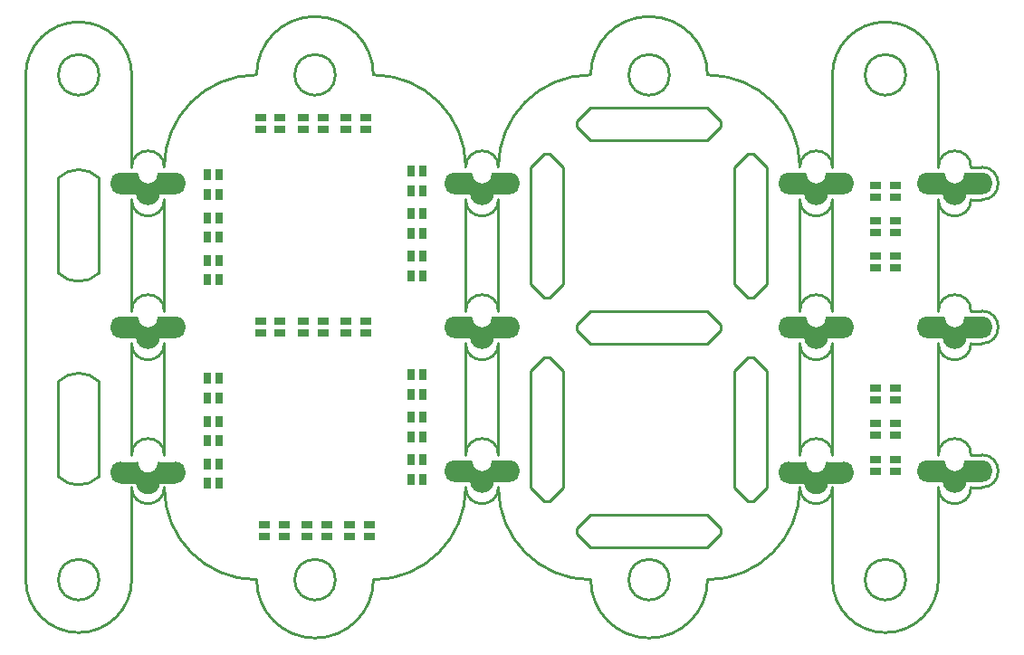
<source format=gts>
G04*
G04 #@! TF.GenerationSoftware,Altium Limited,Altium Designer,20.2.6 (244)*
G04*
G04 Layer_Color=8388736*
%FSLAX25Y25*%
%MOIN*%
G70*
G04*
G04 #@! TF.SameCoordinates,EC59DE11-5F21-440E-92AE-D345A4C3AF16*
G04*
G04*
G04 #@! TF.FilePolarity,Negative*
G04*
G01*
G75*
%ADD10C,0.01000*%
%ADD15R,0.03943X0.03156*%
%ADD16R,0.03156X0.03943*%
%ADD17C,0.04800*%
G36*
X220000Y162000D02*
X220461D01*
X221351Y161761D01*
X222149Y161301D01*
X222801Y160649D01*
X223261Y159851D01*
X223500Y158961D01*
Y158039D01*
X223261Y157149D01*
X222801Y156351D01*
X222149Y155699D01*
X221351Y155238D01*
X220461Y155000D01*
X220000D01*
D01*
X214000D01*
Y154473D01*
X213727Y153456D01*
X213201Y152544D01*
X212456Y151799D01*
X211544Y151273D01*
X210527Y151000D01*
X209473D01*
X208456Y151273D01*
X207544Y151799D01*
X206799Y152544D01*
X206273Y153456D01*
X206000Y154473D01*
Y155000D01*
D01*
X200000D01*
X199539D01*
X198649Y155238D01*
X197851Y155699D01*
X197199Y156351D01*
X196739Y157149D01*
X196500Y158039D01*
Y158961D01*
X196739Y159851D01*
X197199Y160649D01*
X197851Y161301D01*
X198649Y161761D01*
X199539Y162000D01*
X200000D01*
D01*
X206000D01*
X206034Y161478D01*
X206305Y160469D01*
X206827Y159565D01*
X207565Y158827D01*
X208469Y158305D01*
X209478Y158034D01*
X210522D01*
X211531Y158305D01*
X212435Y158827D01*
X213173Y159565D01*
X213696Y160469D01*
X213966Y161478D01*
X214000Y162000D01*
D01*
X220000D01*
D02*
G37*
G36*
Y215500D02*
X220461D01*
X221351Y215262D01*
X222149Y214801D01*
X222801Y214149D01*
X223261Y213351D01*
X223500Y212461D01*
Y211539D01*
X223261Y210649D01*
X222801Y209851D01*
X222149Y209199D01*
X221351Y208738D01*
X220461Y208500D01*
X220000D01*
D01*
X214000D01*
Y207973D01*
X213727Y206956D01*
X213201Y206044D01*
X212456Y205299D01*
X211544Y204773D01*
X210527Y204500D01*
X209473D01*
X208456Y204773D01*
X207544Y205299D01*
X206799Y206044D01*
X206273Y206956D01*
X206000Y207973D01*
Y208500D01*
D01*
X200000D01*
X199539D01*
X198649Y208738D01*
X197851Y209199D01*
X197199Y209851D01*
X196739Y210649D01*
X196500Y211539D01*
Y212461D01*
X196739Y213351D01*
X197199Y214149D01*
X197851Y214801D01*
X198649Y215262D01*
X199539Y215500D01*
X200000D01*
D01*
X206000D01*
X206034Y214978D01*
X206305Y213969D01*
X206827Y213065D01*
X207565Y212327D01*
X208469Y211805D01*
X209478Y211534D01*
X210522D01*
X211531Y211805D01*
X212435Y212327D01*
X213173Y213065D01*
X213696Y213969D01*
X213966Y214978D01*
X214000Y215500D01*
D01*
X220000D01*
D02*
G37*
G36*
Y268500D02*
X220461D01*
X221351Y268262D01*
X222149Y267801D01*
X222801Y267149D01*
X223261Y266351D01*
X223500Y265461D01*
Y264539D01*
X223261Y263649D01*
X222801Y262851D01*
X222149Y262199D01*
X221351Y261738D01*
X220461Y261500D01*
X220000D01*
D01*
X214000D01*
Y260973D01*
X213727Y259956D01*
X213201Y259044D01*
X212456Y258299D01*
X211544Y257773D01*
X210527Y257500D01*
X209473D01*
X208456Y257773D01*
X207544Y258299D01*
X206799Y259044D01*
X206273Y259956D01*
X206000Y260973D01*
Y261500D01*
D01*
X200000D01*
X199539D01*
X198649Y261738D01*
X197851Y262199D01*
X197199Y262851D01*
X196739Y263649D01*
X196500Y264539D01*
Y265461D01*
X196739Y266351D01*
X197199Y267149D01*
X197851Y267801D01*
X198649Y268262D01*
X199539Y268500D01*
X200000D01*
D01*
X206000D01*
X206034Y267978D01*
X206305Y266969D01*
X206827Y266065D01*
X207565Y265327D01*
X208469Y264805D01*
X209478Y264534D01*
X210522D01*
X211531Y264805D01*
X212435Y265327D01*
X213173Y266065D01*
X213696Y266969D01*
X213966Y267978D01*
X214000Y268500D01*
D01*
X220000D01*
D02*
G37*
G36*
X343000Y162500D02*
X343461D01*
X344351Y162261D01*
X345149Y161801D01*
X345801Y161149D01*
X346262Y160351D01*
X346500Y159461D01*
Y158539D01*
X346262Y157649D01*
X345801Y156851D01*
X345149Y156199D01*
X344351Y155738D01*
X343461Y155500D01*
X343000D01*
D01*
X337000D01*
Y154973D01*
X336727Y153956D01*
X336201Y153044D01*
X335456Y152299D01*
X334544Y151773D01*
X333527Y151500D01*
X332473D01*
X331456Y151773D01*
X330544Y152299D01*
X329799Y153044D01*
X329273Y153956D01*
X329000Y154973D01*
Y155500D01*
D01*
X323000D01*
X322539D01*
X321649Y155738D01*
X320851Y156199D01*
X320199Y156851D01*
X319739Y157649D01*
X319500Y158539D01*
Y159461D01*
X319739Y160351D01*
X320199Y161149D01*
X320851Y161801D01*
X321649Y162261D01*
X322539Y162500D01*
X323000D01*
D01*
X329000D01*
X329034Y161978D01*
X329305Y160969D01*
X329827Y160065D01*
X330565Y159327D01*
X331469Y158805D01*
X332478Y158534D01*
X333522D01*
X334531Y158805D01*
X335435Y159327D01*
X336173Y160065D01*
X336696Y160969D01*
X336966Y161978D01*
X337000Y162500D01*
D01*
X343000D01*
D02*
G37*
G36*
Y215500D02*
X343461D01*
X344351Y215262D01*
X345149Y214801D01*
X345801Y214149D01*
X346262Y213351D01*
X346500Y212461D01*
Y211539D01*
X346262Y210649D01*
X345801Y209851D01*
X345149Y209199D01*
X344351Y208738D01*
X343461Y208500D01*
X343000D01*
D01*
X337000D01*
Y207973D01*
X336727Y206956D01*
X336201Y206044D01*
X335456Y205299D01*
X334544Y204773D01*
X333527Y204500D01*
X332473D01*
X331456Y204773D01*
X330544Y205299D01*
X329799Y206044D01*
X329273Y206956D01*
X329000Y207973D01*
Y208500D01*
D01*
X323000D01*
X322539D01*
X321649Y208738D01*
X320851Y209199D01*
X320199Y209851D01*
X319739Y210649D01*
X319500Y211539D01*
Y212461D01*
X319739Y213351D01*
X320199Y214149D01*
X320851Y214801D01*
X321649Y215262D01*
X322539Y215500D01*
X323000D01*
D01*
X329000D01*
X329034Y214978D01*
X329305Y213969D01*
X329827Y213065D01*
X330565Y212327D01*
X331469Y211805D01*
X332478Y211534D01*
X333522D01*
X334531Y211805D01*
X335435Y212327D01*
X336173Y213065D01*
X336696Y213969D01*
X336966Y214978D01*
X337000Y215500D01*
D01*
X343000D01*
D02*
G37*
G36*
Y268500D02*
X343461D01*
X344351Y268262D01*
X345149Y267801D01*
X345801Y267149D01*
X346262Y266351D01*
X346500Y265461D01*
Y264539D01*
X346262Y263649D01*
X345801Y262851D01*
X345149Y262199D01*
X344351Y261738D01*
X343461Y261500D01*
X343000D01*
D01*
X337000D01*
Y260973D01*
X336727Y259956D01*
X336201Y259044D01*
X335456Y258299D01*
X334544Y257773D01*
X333527Y257500D01*
X332473D01*
X331456Y257773D01*
X330544Y258299D01*
X329799Y259044D01*
X329273Y259956D01*
X329000Y260973D01*
Y261500D01*
D01*
X323000D01*
X322539D01*
X321649Y261738D01*
X320851Y262199D01*
X320199Y262851D01*
X319739Y263649D01*
X319500Y264539D01*
Y265461D01*
X319739Y266351D01*
X320199Y267149D01*
X320851Y267801D01*
X321649Y268262D01*
X322539Y268500D01*
X323000D01*
D01*
X329000D01*
X329034Y267978D01*
X329305Y266969D01*
X329827Y266065D01*
X330565Y265327D01*
X331469Y264805D01*
X332478Y264534D01*
X333522D01*
X334531Y264805D01*
X335435Y265327D01*
X336173Y266065D01*
X336696Y266969D01*
X336966Y267978D01*
X337000Y268500D01*
D01*
X343000D01*
D02*
G37*
G36*
X518351Y268262D02*
X519149Y267801D01*
X519801Y267149D01*
X520261Y266351D01*
X520500Y265461D01*
Y264539D01*
X520261Y263649D01*
X519801Y262851D01*
X519149Y262199D01*
X518351Y261738D01*
X517461Y261500D01*
X511000D01*
Y260973D01*
X510727Y259956D01*
X510201Y259044D01*
X509456Y258299D01*
X508544Y257773D01*
X507527Y257500D01*
X506473D01*
X505456Y257773D01*
X504544Y258299D01*
X503799Y259044D01*
X503273Y259956D01*
X503000Y260973D01*
Y261500D01*
X496539D01*
X495649Y261738D01*
X494851Y262199D01*
X494199Y262851D01*
X493739Y263649D01*
X493500Y264539D01*
Y265461D01*
X493739Y266351D01*
X494199Y267149D01*
X494851Y267801D01*
X495649Y268262D01*
X496539Y268500D01*
X503000D01*
X503034Y267978D01*
X503304Y266969D01*
X503827Y266065D01*
X504565Y265327D01*
X505469Y264805D01*
X506478Y264534D01*
X507522D01*
X508531Y264805D01*
X509435Y265327D01*
X510173Y266065D01*
X510696Y266969D01*
X510966Y267978D01*
X511000Y268500D01*
X517461D01*
X518351Y268262D01*
D02*
G37*
G36*
X467351D02*
X468149Y267801D01*
X468801Y267149D01*
X469262Y266351D01*
X469500Y265461D01*
Y264539D01*
X469262Y263649D01*
X468801Y262851D01*
X468149Y262199D01*
X467351Y261738D01*
X466461Y261500D01*
X460000D01*
Y260973D01*
X459727Y259956D01*
X459201Y259044D01*
X458456Y258299D01*
X457544Y257773D01*
X456527Y257500D01*
X455473D01*
X454456Y257773D01*
X453544Y258299D01*
X452799Y259044D01*
X452273Y259956D01*
X452000Y260973D01*
Y261500D01*
X445539D01*
X444649Y261738D01*
X443851Y262199D01*
X443199Y262851D01*
X442738Y263649D01*
X442500Y264539D01*
Y265461D01*
X442738Y266351D01*
X443199Y267149D01*
X443851Y267801D01*
X444649Y268262D01*
X445539Y268500D01*
X452000D01*
X452034Y267978D01*
X452305Y266969D01*
X452827Y266065D01*
X453565Y265327D01*
X454469Y264805D01*
X455478Y264534D01*
X456522D01*
X457531Y264805D01*
X458435Y265327D01*
X459173Y266065D01*
X459695Y266969D01*
X459966Y267978D01*
X460000Y268500D01*
X466461D01*
X467351Y268262D01*
D02*
G37*
G36*
X518351Y215262D02*
X519149Y214801D01*
X519801Y214149D01*
X520261Y213351D01*
X520500Y212461D01*
Y211539D01*
X520261Y210649D01*
X519801Y209851D01*
X519149Y209199D01*
X518351Y208738D01*
X517461Y208500D01*
X511000D01*
Y207973D01*
X510727Y206956D01*
X510201Y206044D01*
X509456Y205299D01*
X508544Y204773D01*
X507527Y204500D01*
X506473D01*
X505456Y204773D01*
X504544Y205299D01*
X503799Y206044D01*
X503273Y206956D01*
X503000Y207973D01*
Y208500D01*
X496539D01*
X495649Y208738D01*
X494851Y209199D01*
X494199Y209851D01*
X493739Y210649D01*
X493500Y211539D01*
Y212461D01*
X493739Y213351D01*
X494199Y214149D01*
X494851Y214801D01*
X495649Y215262D01*
X496539Y215500D01*
X503000D01*
X503034Y214978D01*
X503304Y213969D01*
X503827Y213065D01*
X504565Y212327D01*
X505469Y211805D01*
X506478Y211534D01*
X507522D01*
X508531Y211805D01*
X509435Y212327D01*
X510173Y213065D01*
X510696Y213969D01*
X510966Y214978D01*
X511000Y215500D01*
X517461D01*
X518351Y215262D01*
D02*
G37*
G36*
X467351D02*
X468149Y214801D01*
X468801Y214149D01*
X469262Y213351D01*
X469500Y212461D01*
Y211539D01*
X469262Y210649D01*
X468801Y209851D01*
X468149Y209199D01*
X467351Y208738D01*
X466461Y208500D01*
X460000D01*
Y207973D01*
X459727Y206956D01*
X459201Y206044D01*
X458456Y205299D01*
X457544Y204773D01*
X456527Y204500D01*
X455473D01*
X454456Y204773D01*
X453544Y205299D01*
X452799Y206044D01*
X452273Y206956D01*
X452000Y207973D01*
Y208500D01*
X445539D01*
X444649Y208738D01*
X443851Y209199D01*
X443199Y209851D01*
X442738Y210649D01*
X442500Y211539D01*
Y212461D01*
X442738Y213351D01*
X443199Y214149D01*
X443851Y214801D01*
X444649Y215262D01*
X445539Y215500D01*
X452000D01*
X452034Y214978D01*
X452305Y213969D01*
X452827Y213065D01*
X453565Y212327D01*
X454469Y211805D01*
X455478Y211534D01*
X456522D01*
X457531Y211805D01*
X458435Y212327D01*
X459173Y213065D01*
X459695Y213969D01*
X459966Y214978D01*
X460000Y215500D01*
X466461D01*
X467351Y215262D01*
D02*
G37*
G36*
X518351Y162261D02*
X519149Y161801D01*
X519801Y161149D01*
X520261Y160351D01*
X520500Y159461D01*
Y158539D01*
X520261Y157649D01*
X519801Y156851D01*
X519149Y156199D01*
X518351Y155738D01*
X517461Y155500D01*
X511000D01*
Y154973D01*
X510727Y153956D01*
X510201Y153044D01*
X509456Y152299D01*
X508544Y151773D01*
X507527Y151500D01*
X506473D01*
X505456Y151773D01*
X504544Y152299D01*
X503799Y153044D01*
X503273Y153956D01*
X503000Y154973D01*
Y155500D01*
X496539D01*
X495649Y155738D01*
X494851Y156199D01*
X494199Y156851D01*
X493739Y157649D01*
X493500Y158539D01*
Y159461D01*
X493739Y160351D01*
X494199Y161149D01*
X494851Y161801D01*
X495649Y162261D01*
X496539Y162500D01*
X503000D01*
X503034Y161978D01*
X503304Y160969D01*
X503827Y160065D01*
X504565Y159327D01*
X505469Y158805D01*
X506478Y158534D01*
X507522D01*
X508531Y158805D01*
X509435Y159327D01*
X510173Y160065D01*
X510696Y160969D01*
X510966Y161978D01*
X511000Y162500D01*
X517461D01*
X518351Y162261D01*
D02*
G37*
G36*
X467351Y161761D02*
X468149Y161301D01*
X468801Y160649D01*
X469262Y159851D01*
X469500Y158961D01*
Y158039D01*
X469262Y157149D01*
X468801Y156351D01*
X468149Y155699D01*
X467351Y155238D01*
X466461Y155000D01*
X460000D01*
Y154473D01*
X459727Y153456D01*
X459201Y152544D01*
X458456Y151799D01*
X457544Y151273D01*
X456527Y151000D01*
X455473D01*
X454456Y151273D01*
X453544Y151799D01*
X452799Y152544D01*
X452273Y153456D01*
X452000Y154473D01*
Y155000D01*
X445539D01*
X444649Y155238D01*
X443851Y155699D01*
X443199Y156351D01*
X442738Y157149D01*
X442500Y158039D01*
Y158961D01*
X442738Y159851D01*
X443199Y160649D01*
X443851Y161301D01*
X444649Y161761D01*
X445539Y162000D01*
X452000D01*
X452034Y161478D01*
X452305Y160469D01*
X452827Y159565D01*
X453565Y158827D01*
X454469Y158305D01*
X455478Y158034D01*
X456522D01*
X457531Y158305D01*
X458435Y158827D01*
X459173Y159565D01*
X459695Y160469D01*
X459966Y161478D01*
X460000Y162000D01*
X466461D01*
X467351Y161761D01*
D02*
G37*
D10*
X220000Y261500D02*
G03*
X220000Y268500I0J3500D01*
G01*
X200000D02*
G03*
X200000Y261500I0J-3500D01*
G01*
X206000Y268500D02*
G03*
X214000Y268500I4000J0D01*
G01*
X206000Y261500D02*
G03*
X214000Y261500I4000J0D01*
G01*
X206000Y208500D02*
G03*
X214000Y208500I4000J0D01*
G01*
X206000Y215500D02*
G03*
X214000Y215500I4000J0D01*
G01*
X200000D02*
G03*
X200000Y208500I0J-3500D01*
G01*
X220000D02*
G03*
X220000Y215500I0J3500D01*
G01*
X343000Y208500D02*
G03*
X343000Y215500I0J3500D01*
G01*
X323000D02*
G03*
X323000Y208500I0J-3500D01*
G01*
X329000Y215500D02*
G03*
X337000Y215500I4000J0D01*
G01*
X329000Y208500D02*
G03*
X337000Y208500I4000J0D01*
G01*
X206000Y155000D02*
G03*
X214000Y155000I4000J0D01*
G01*
X206000Y162000D02*
G03*
X214000Y162000I4000J0D01*
G01*
X200000D02*
G03*
X200000Y155000I0J-3500D01*
G01*
X220000D02*
G03*
X220000Y162000I0J3500D01*
G01*
X343000Y155500D02*
G03*
X343000Y162500I0J3500D01*
G01*
X323000D02*
G03*
X323000Y155500I0J-3500D01*
G01*
X329000Y162500D02*
G03*
X337000Y162500I4000J0D01*
G01*
X329000Y155500D02*
G03*
X337000Y155500I4000J0D01*
G01*
X452000Y261500D02*
G03*
X460000Y261500I4000J0D01*
G01*
X452000Y268500D02*
G03*
X460000Y268500I4000J0D01*
G01*
X446000D02*
G03*
X446000Y261500I0J-3500D01*
G01*
X466000D02*
G03*
X466000Y268500I0J3500D01*
G01*
X517000Y261500D02*
G03*
X517000Y268500I0J3500D01*
G01*
X497000D02*
G03*
X497000Y261500I0J-3500D01*
G01*
X503000Y268500D02*
G03*
X511000Y268500I4000J0D01*
G01*
X503000Y261500D02*
G03*
X511000Y261500I4000J0D01*
G01*
X452000Y208500D02*
G03*
X460000Y208500I4000J0D01*
G01*
X452000Y215500D02*
G03*
X460000Y215500I4000J0D01*
G01*
X446000D02*
G03*
X446000Y208500I0J-3500D01*
G01*
X466000D02*
G03*
X466000Y215500I0J3500D01*
G01*
X517000Y208500D02*
G03*
X517000Y215500I0J3500D01*
G01*
X497000D02*
G03*
X497000Y208500I0J-3500D01*
G01*
X503000Y215500D02*
G03*
X511000Y215500I4000J0D01*
G01*
X503000Y208500D02*
G03*
X511000Y208500I4000J0D01*
G01*
X452000Y155000D02*
G03*
X460000Y155000I4000J0D01*
G01*
X452000Y162000D02*
G03*
X460000Y162000I4000J0D01*
G01*
X446000D02*
G03*
X446000Y155000I0J-3500D01*
G01*
X466000D02*
G03*
X466000Y162000I0J3500D01*
G01*
X517000Y155500D02*
G03*
X517000Y162500I0J3500D01*
G01*
X497000D02*
G03*
X497000Y155500I0J-3500D01*
G01*
X503000Y162500D02*
G03*
X511000Y162500I4000J0D01*
G01*
X503000Y155500D02*
G03*
X511000Y155500I4000J0D01*
G01*
X329000Y261500D02*
G03*
X337000Y261500I4000J0D01*
G01*
X329000Y268500D02*
G03*
X337000Y268500I4000J0D01*
G01*
X323000D02*
G03*
X323000Y261500I0J-3500D01*
G01*
X343000D02*
G03*
X343000Y268500I0J3500D01*
G01*
X214000D02*
X216000D01*
X204000D02*
X206000D01*
X214000Y261500D02*
X216000D01*
X200000Y268500D02*
X204000D01*
X216000D02*
X220000D01*
X200000Y261500D02*
X204000D01*
X206000D01*
X216000D02*
X220000D01*
X216000Y208500D02*
X220000D01*
X204000D02*
X206000D01*
X200000D02*
X204000D01*
X216000Y215500D02*
X220000D01*
X200000D02*
X204000D01*
X214000Y208500D02*
X216000D01*
X204000Y215500D02*
X206000D01*
X214000D02*
X216000D01*
X337000D02*
X339000D01*
X327000D02*
X329000D01*
X337000Y208500D02*
X339000D01*
X323000Y215500D02*
X327000D01*
X339000D02*
X343000D01*
X323000Y208500D02*
X327000D01*
X329000D01*
X339000D02*
X343000D01*
X216000Y155000D02*
X220000D01*
X204000D02*
X206000D01*
X200000D02*
X204000D01*
X216000Y162000D02*
X220000D01*
X200000D02*
X204000D01*
X214000Y155000D02*
X216000D01*
X204000Y162000D02*
X206000D01*
X214000D02*
X216000D01*
X337000Y162500D02*
X339000D01*
X327000D02*
X329000D01*
X337000Y155500D02*
X339000D01*
X323000Y162500D02*
X327000D01*
X339000D02*
X343000D01*
X323000Y155500D02*
X327000D01*
X329000D01*
X339000D02*
X343000D01*
X462000Y261500D02*
X466000D01*
X450000D02*
X452000D01*
X446000D02*
X450000D01*
X462000Y268500D02*
X466000D01*
X446000D02*
X450000D01*
X460000Y261500D02*
X462000D01*
X450000Y268500D02*
X452000D01*
X460000D02*
X462000D01*
X511000D02*
X513000D01*
X501000D02*
X503000D01*
X511000Y261500D02*
X513000D01*
X497000Y268500D02*
X501000D01*
X513000D02*
X517000D01*
X497000Y261500D02*
X501000D01*
X503000D01*
X513000D02*
X517000D01*
X462000Y208500D02*
X466000D01*
X450000D02*
X452000D01*
X446000D02*
X450000D01*
X462000Y215500D02*
X466000D01*
X446000D02*
X450000D01*
X460000Y208500D02*
X462000D01*
X450000Y215500D02*
X452000D01*
X460000D02*
X462000D01*
X511000D02*
X513000D01*
X501000D02*
X503000D01*
X511000Y208500D02*
X513000D01*
X497000Y215500D02*
X501000D01*
X513000D02*
X517000D01*
X497000Y208500D02*
X501000D01*
X503000D01*
X513000D02*
X517000D01*
X462000Y155000D02*
X466000D01*
X450000D02*
X452000D01*
X446000D02*
X450000D01*
X462000Y162000D02*
X466000D01*
X446000D02*
X450000D01*
X460000Y155000D02*
X462000D01*
X450000Y162000D02*
X452000D01*
X460000D02*
X462000D01*
X511000Y162500D02*
X513000D01*
X501000D02*
X503000D01*
X511000Y155500D02*
X513000D01*
X497000Y162500D02*
X501000D01*
X513000D02*
X517000D01*
X497000Y155500D02*
X501000D01*
X503000D01*
X513000D02*
X517000D01*
X339000Y261500D02*
X343000D01*
X327000D02*
X329000D01*
X323000D02*
X327000D01*
X339000Y268500D02*
X343000D01*
X323000D02*
X327000D01*
X337000Y261500D02*
X339000D01*
X327000Y268500D02*
X329000D01*
X337000D02*
X339000D01*
X501000Y259000D02*
G03*
X513000Y259000I6000J0D01*
G01*
Y271000D02*
G03*
X501000Y271000I-6000J0D01*
G01*
Y206000D02*
G03*
X513000Y206000I6000J0D01*
G01*
Y218000D02*
G03*
X501000Y218000I-6000J0D01*
G01*
X513000Y165000D02*
G03*
X501000Y165000I-6000J0D01*
G01*
Y153000D02*
G03*
X513000Y153000I6000J0D01*
G01*
X204000D02*
G03*
X216000Y153000I6000J0D01*
G01*
X327000Y259000D02*
G03*
X339000Y259000I6000J0D01*
G01*
X450000Y153000D02*
G03*
X462000Y153000I6000J0D01*
G01*
X450000Y206000D02*
G03*
X462000Y206000I6000J0D01*
G01*
Y218000D02*
G03*
X450000Y218000I-6000J0D01*
G01*
Y259000D02*
G03*
X462000Y259000I6000J0D01*
G01*
X327000Y206000D02*
G03*
X339000Y206000I6000J0D01*
G01*
Y218000D02*
G03*
X327000Y218000I-6000J0D01*
G01*
Y153000D02*
G03*
X339000Y153000I6000J0D01*
G01*
X216000Y165000D02*
G03*
X204000Y165000I-6000J0D01*
G01*
Y206000D02*
G03*
X216000Y206000I6000J0D01*
G01*
Y218000D02*
G03*
X204000Y218000I-6000J0D01*
G01*
Y259000D02*
G03*
X216000Y259000I6000J0D01*
G01*
X462000Y271000D02*
G03*
X450000Y271000I-6000J0D01*
G01*
X462000Y165000D02*
G03*
X450000Y165000I-6000J0D01*
G01*
X339000Y271000D02*
G03*
X327000Y271000I-6000J0D01*
G01*
X339000Y165000D02*
G03*
X327000Y165000I-6000J0D01*
G01*
X216000Y271000D02*
G03*
X204000Y271000I-6000J0D01*
G01*
X517000Y153000D02*
G03*
X517000Y165000I0J6000D01*
G01*
Y206000D02*
G03*
X517000Y218000I0J6000D01*
G01*
Y259000D02*
G03*
X517000Y271000I0J6000D01*
G01*
X250000Y305000D02*
G03*
X216000Y271000I0J-34000D01*
G01*
X293000Y119000D02*
G03*
X327000Y153000I0J34000D01*
G01*
X216000D02*
G03*
X250000Y119000I34000J0D01*
G01*
X327000Y271000D02*
G03*
X293000Y305000I-34000J0D01*
G01*
D02*
G03*
X250000Y305000I-21500J0D01*
G01*
X279000D02*
G03*
X279000Y305000I-7500J0D01*
G01*
Y119000D02*
G03*
X279000Y119000I-7500J0D01*
G01*
X250000D02*
G03*
X293000Y119000I21500J0D01*
G01*
X165000Y119000D02*
G03*
X204000Y119000I19500J0D01*
G01*
X192000D02*
G03*
X192000Y119000I-7500J0D01*
G01*
Y305000D02*
G03*
X192000Y305000I-7500J0D01*
G01*
X204000D02*
G03*
X165000Y305000I-19500J0D01*
G01*
X192000Y267000D02*
G03*
X177000Y267000I-7500J-7500D01*
G01*
Y157000D02*
G03*
X192000Y157000I7500J7500D01*
G01*
X177000Y232000D02*
G03*
X192000Y232000I7500J7500D01*
G01*
Y192000D02*
G03*
X177000Y192000I-7500J-7500D01*
G01*
X416000Y119000D02*
G03*
X450000Y153000I0J34000D01*
G01*
X339000D02*
G03*
X373000Y119000I34000J0D01*
G01*
Y305000D02*
G03*
X339000Y271000I0J-34000D01*
G01*
X450000D02*
G03*
X416000Y305000I-34000J0D01*
G01*
D02*
G03*
X373000Y305000I-21500J0D01*
G01*
X402000D02*
G03*
X402000Y305000I-7500J0D01*
G01*
Y119000D02*
G03*
X402000Y119000I-7500J0D01*
G01*
X373000D02*
G03*
X416000Y119000I21500J0D01*
G01*
X501000Y305000D02*
G03*
X462000Y305000I-19500J0D01*
G01*
X489000D02*
G03*
X489000Y305000I-7500J0D01*
G01*
Y119000D02*
G03*
X489000Y119000I-7500J0D01*
G01*
X462000D02*
G03*
X501000Y119000I19500J0D01*
G01*
X513000Y271000D02*
X517000D01*
X513000Y259000D02*
X517000D01*
X513000Y218000D02*
X517000D01*
X513000Y206000D02*
X517000D01*
X513000Y153000D02*
X517000D01*
X513000Y165000D02*
X517000D01*
X501000Y218000D02*
Y259000D01*
Y165000D02*
Y206000D01*
X216000Y218000D02*
Y259000D01*
X462000Y165000D02*
Y206000D01*
X450000Y165000D02*
Y206000D01*
Y218000D02*
Y259000D01*
X462000Y218000D02*
Y259000D01*
X339000Y165000D02*
Y206000D01*
X327000Y165000D02*
Y206000D01*
Y218000D02*
Y259000D01*
X339000Y218000D02*
Y259000D01*
X204000Y218000D02*
Y259000D01*
Y165000D02*
Y206000D01*
X165000Y153000D02*
Y271000D01*
X216000Y165000D02*
Y206000D01*
X204000Y119000D02*
Y153000D01*
X165000Y119000D02*
Y153000D01*
X204000Y271000D02*
Y305000D01*
X165000Y271000D02*
Y305000D01*
X192000Y157000D02*
Y192000D01*
X177000Y157000D02*
Y192000D01*
X192000Y232000D02*
Y267000D01*
X177000Y232000D02*
Y267000D01*
X356000Y201000D02*
X358000D01*
X368000Y136000D02*
Y138000D01*
Y286000D02*
Y288000D01*
X356000Y276000D02*
X358000D01*
X368000Y211000D02*
Y213000D01*
X431000Y201000D02*
X433000D01*
X431000Y276000D02*
X433000D01*
Y201000D02*
X438000Y196000D01*
X358000Y201000D02*
X363000Y196000D01*
X351000D02*
X356000Y201000D01*
X426000Y196000D02*
X431000Y201000D01*
Y148000D02*
X433000D01*
X356000D02*
X358000D01*
X433000D02*
X438000Y153000D01*
X363000D02*
Y196000D01*
X426000Y153000D02*
Y196000D01*
X438000Y153000D02*
Y196000D01*
X351000Y153000D02*
X356000Y148000D01*
X358000D02*
X363000Y153000D01*
X426000D02*
X431000Y148000D01*
X351000Y153000D02*
Y196000D01*
X431000Y223000D02*
X433000D01*
X356000D02*
X358000D01*
X433000D02*
X438000Y228000D01*
X351000D02*
X356000Y223000D01*
X358000D02*
X363000Y228000D01*
X426000D02*
X431000Y223000D01*
X433000Y276000D02*
X438000Y271000D01*
X363000Y228000D02*
Y271000D01*
X426000Y228000D02*
Y271000D01*
X438000Y228000D02*
Y271000D01*
X358000Y276000D02*
X363000Y271000D01*
X351000D02*
X356000Y276000D01*
X426000Y271000D02*
X431000Y276000D01*
X351000Y228000D02*
Y271000D01*
X373000Y143000D02*
X416000D01*
X373000Y131000D02*
X416000D01*
X421000Y136000D01*
X416000Y143000D02*
X421000Y138000D01*
Y136000D02*
Y138000D01*
X368000Y136000D02*
X373000Y131000D01*
X368000Y138000D02*
X373000Y143000D01*
Y218000D02*
X416000D01*
X373000Y206000D02*
X416000D01*
X421000Y211000D01*
X416000Y218000D02*
X421000Y213000D01*
Y211000D02*
Y213000D01*
X368000Y211000D02*
X373000Y206000D01*
X368000Y213000D02*
X373000Y218000D01*
Y293000D02*
X416000D01*
X373000Y281000D02*
X416000D01*
X421000Y286000D01*
X416000Y293000D02*
X421000Y288000D01*
Y286000D02*
Y288000D01*
X368000Y286000D02*
X373000Y281000D01*
X368000Y288000D02*
X373000Y293000D01*
X462000Y271000D02*
Y305000D01*
X501000Y271000D02*
Y305000D01*
X462000Y119000D02*
Y153000D01*
X501000Y119000D02*
Y153000D01*
D15*
X251472Y214165D02*
D03*
Y209835D02*
D03*
X258677D02*
D03*
Y214165D02*
D03*
X291528Y134835D02*
D03*
Y139165D02*
D03*
X284323D02*
D03*
Y134835D02*
D03*
X251472Y289165D02*
D03*
Y284835D02*
D03*
X258677D02*
D03*
Y289165D02*
D03*
X267185Y214165D02*
D03*
Y209835D02*
D03*
X274390D02*
D03*
Y214165D02*
D03*
X275815Y134835D02*
D03*
Y139165D02*
D03*
X268610D02*
D03*
Y134835D02*
D03*
X267185Y289165D02*
D03*
Y284835D02*
D03*
X274390D02*
D03*
Y289165D02*
D03*
X282897Y214165D02*
D03*
Y209835D02*
D03*
X290103D02*
D03*
Y214165D02*
D03*
X260103Y134835D02*
D03*
Y139165D02*
D03*
X252898D02*
D03*
Y134835D02*
D03*
X282897Y289165D02*
D03*
Y284835D02*
D03*
X290103D02*
D03*
Y289165D02*
D03*
X477898Y189665D02*
D03*
Y185335D02*
D03*
X485103D02*
D03*
Y189665D02*
D03*
X477898Y264165D02*
D03*
Y259835D02*
D03*
X485103D02*
D03*
Y264165D02*
D03*
X477898Y176480D02*
D03*
Y172150D02*
D03*
X485103D02*
D03*
Y176480D02*
D03*
X477898Y251231D02*
D03*
Y246899D02*
D03*
X485103D02*
D03*
Y251231D02*
D03*
X477898Y163295D02*
D03*
Y158964D02*
D03*
X485103D02*
D03*
Y163295D02*
D03*
X477898Y238295D02*
D03*
Y233964D02*
D03*
X485103D02*
D03*
Y238295D02*
D03*
D16*
X231835Y229472D02*
D03*
X236165D02*
D03*
Y236677D02*
D03*
X231835D02*
D03*
Y154472D02*
D03*
X236165D02*
D03*
Y161677D02*
D03*
X231835D02*
D03*
X311165Y194528D02*
D03*
X306835D02*
D03*
Y187323D02*
D03*
X311165D02*
D03*
Y269528D02*
D03*
X306835D02*
D03*
Y262323D02*
D03*
X311165D02*
D03*
X231835Y245185D02*
D03*
X236165D02*
D03*
Y252390D02*
D03*
X231835D02*
D03*
Y170185D02*
D03*
X236165D02*
D03*
Y177390D02*
D03*
X231835D02*
D03*
X311165Y178815D02*
D03*
X306835D02*
D03*
Y171610D02*
D03*
X311165D02*
D03*
Y253815D02*
D03*
X306835D02*
D03*
Y246610D02*
D03*
X311165D02*
D03*
X231835Y260897D02*
D03*
X236165D02*
D03*
Y268103D02*
D03*
X231835D02*
D03*
Y185898D02*
D03*
X236165D02*
D03*
Y193103D02*
D03*
X231835D02*
D03*
X311165Y163102D02*
D03*
X306835D02*
D03*
Y155897D02*
D03*
X311165D02*
D03*
Y238103D02*
D03*
X306835D02*
D03*
Y230897D02*
D03*
X311165D02*
D03*
D17*
X210000Y261000D02*
D03*
X220000Y265000D02*
D03*
X200000D02*
D03*
Y212000D02*
D03*
X220000D02*
D03*
X210000Y208000D02*
D03*
X333000D02*
D03*
X343000Y212000D02*
D03*
X323000D02*
D03*
X200000Y158500D02*
D03*
X220000D02*
D03*
X210000Y154500D02*
D03*
X333000Y155000D02*
D03*
X343000Y159000D02*
D03*
X323000D02*
D03*
X446000Y265000D02*
D03*
X466000D02*
D03*
X456000Y261000D02*
D03*
X507000D02*
D03*
X517000Y265000D02*
D03*
X497000D02*
D03*
X446000Y212000D02*
D03*
X466000D02*
D03*
X456000Y208000D02*
D03*
X507000D02*
D03*
X517000Y212000D02*
D03*
X497000D02*
D03*
X446000Y158500D02*
D03*
X466000D02*
D03*
X456000Y154500D02*
D03*
X507000Y155000D02*
D03*
X517000Y159000D02*
D03*
X497000D02*
D03*
X323000Y265000D02*
D03*
X343000D02*
D03*
X333000Y261000D02*
D03*
M02*

</source>
